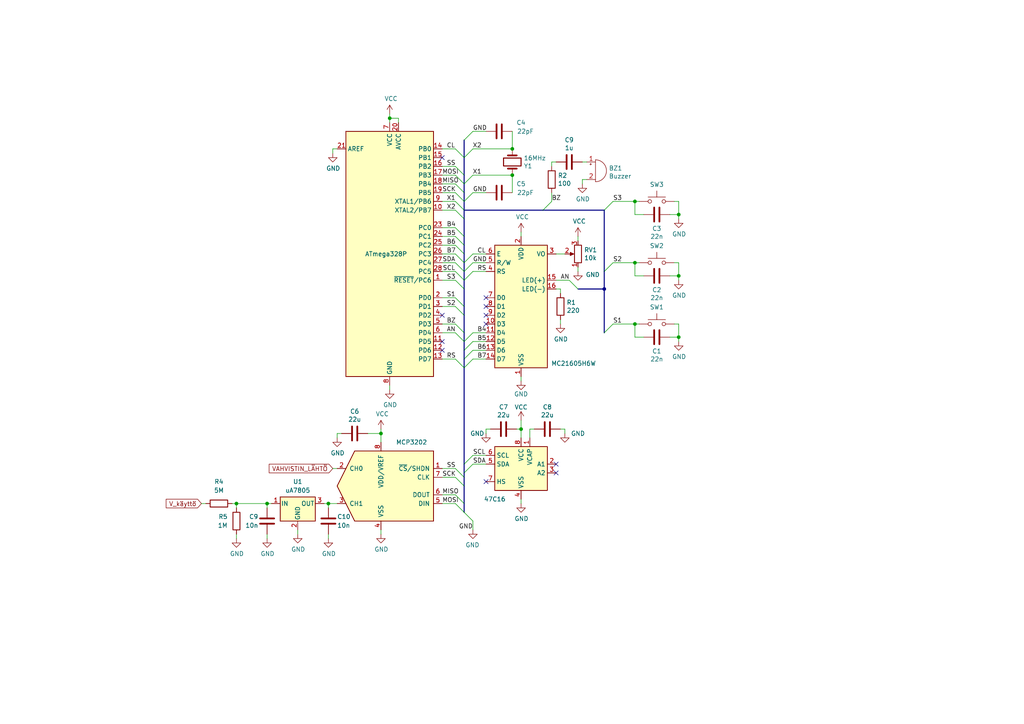
<source format=kicad_sch>
(kicad_sch (version 20211123) (generator eeschema)
  (paper "A4")
  (lib_symbols
    (symbol "Analog_ADC:MCP3202" (pin_names (offset 1.016))
      (property "Reference" "U" (at -6.35 11.43 0))
      (property "Value" "MCP3202" (at 11.43 11.43 0))
      (symbol "MCP3202_0_1"
        (polyline (pts (xy 15.24 10.16) (xy -7.62 10.16) (xy -12.7 0) (xy -7.62 -10.16) (xy 15.24 -10.16) (xy 15.24 10.16)) (stroke (width 0.254)) (fill (type background)))
      )
      (symbol "MCP3202_1_1"
        (pin input line (at 17.78 5.08 180) (length 2.54) (name "~{CS}/SHDN") (number "1"))
        (pin passive line (at -12.7 5.08 0) (length 2.54) (name "CH0") (number "2"))
        (pin passive line (at -12.7 -5.08 0) (length 2.54) (name "CH1") (number "3"))
        (pin power_in line (at 0 -12.7 90) (length 2.54) (name "VSS") (number "4"))
        (pin input line (at 17.78 -5.08 180) (length 2.54) (name "DIN") (number "5"))
        (pin output line (at 17.78 -2.54 180) (length 2.54) (name "DOUT") (number "6"))
        (pin input line (at 17.78 2.54 180) (length 2.54) (name "CLK") (number "7"))
        (pin power_in line (at 0 12.7 270) (length 2.54) (name "VDD/VREF") (number "8"))
      )
    )
    (symbol "Device:Buzzer" (pin_names (offset 0.0254) hide)
      (property "Reference" "BZ" (at 3.81 1.27 0))
      (property "Value" "Buzzer" (at 3.81 -1.27 0))
      (symbol "Buzzer_0_1"
        (arc (start 0 -3.175) (mid 3.175 0) (end 0 3.175))
        (polyline (pts (xy -1.651 1.905) (xy -1.143 1.905)))
        (polyline (pts (xy -1.397 2.159) (xy -1.397 1.651)))
        (polyline (pts (xy 0 3.175) (xy 0 -3.175)))
      )
      (symbol "Buzzer_1_1"
        (pin passive line (at -2.54 2.54 0) (length 2.54) (name "-") (number "1"))
        (pin passive line (at -2.54 -2.54 0) (length 2.54) (name "+") (number "2"))
      )
    )
    (symbol "Device:C" (pin_numbers hide) (pin_names (offset 0.254))
      (property "Reference" "C" (at 0.635 2.54 0))
      (property "Value" "C" (at 0.635 -2.54 0))
      (symbol "C_0_1"
        (polyline (pts (xy -2.032 -0.762) (xy 2.032 -0.762)) (stroke (width 0.508)))
        (polyline (pts (xy -2.032 0.762) (xy 2.032 0.762)) (stroke (width 0.508)))
      )
      (symbol "C_1_1"
        (pin passive line (at 0 3.81 270) (length 2.794) (name "~") (number "1"))
        (pin passive line (at 0 -3.81 90) (length 2.794) (name "~") (number "2"))
      )
    )
    (symbol "Device:Crystal" (pin_numbers hide) (pin_names (offset 1.016) hide)
      (property "Reference" "Y" (at 0 3.81 0))
      (property "Value" "Crystal" (at 0 -3.81 0))
      (symbol "Crystal_0_1"
        (rectangle (start -1.143 2.54) (end 1.143 -2.54) (stroke (width 0.3048)))
        (polyline (pts (xy -2.54 0) (xy -1.905 0)))
        (polyline (pts (xy -1.905 -1.27) (xy -1.905 1.27)) (stroke (width 0.508)))
        (polyline (pts (xy 1.905 -1.27) (xy 1.905 1.27)) (stroke (width 0.508)))
        (polyline (pts (xy 2.54 0) (xy 1.905 0)))
      )
      (symbol "Crystal_1_1"
        (pin passive line (at -3.81 0 0) (length 1.27) (name "1") (number "1"))
        (pin passive line (at 3.81 0 180) (length 1.27) (name "2") (number "2"))
      )
    )
    (symbol "Device:R" (pin_numbers hide) (pin_names (offset 0))
      (property "Reference" "R" (at 2.032 0 90))
      (property "Value" "R" (at 0 0 90))
      (symbol "R_0_1"
        (rectangle (start -1.016 -2.54) (end 1.016 2.54) (stroke (width 0.254)))
      )
      (symbol "R_1_1"
        (pin passive line (at 0 3.81 270) (length 1.27) (name "~") (number "1"))
        (pin passive line (at 0 -3.81 90) (length 1.27) (name "~") (number "2"))
      )
    )
    (symbol "Device:R_POT" (pin_names (offset 1.016) hide)
      (property "Reference" "RV" (at -4.445 0 90))
      (property "Value" "Device_R_POT" (at -2.54 0 90))
      (symbol "R_POT_0_1"
        (polyline (pts (xy 2.54 0) (xy 1.524 0)))
        (polyline (pts (xy 1.143 0) (xy 2.286 0.508) (xy 2.286 -0.508) (xy 1.143 0)) (fill (type outline)))
        (rectangle (start 1.016 2.54) (end -1.016 -2.54) (stroke (width 0.254)))
      )
      (symbol "R_POT_1_1"
        (pin passive line (at 0 3.81 270) (length 1.27) (name "1") (number "1"))
        (pin passive line (at 3.81 0 180) (length 1.27) (name "2") (number "2"))
        (pin passive line (at 0 -3.81 90) (length 1.27) (name "3") (number "3"))
      )
    )
    (symbol "Display_Character:WC1602A"
      (property "Reference" "DS" (at -5.842 19.05 0))
      (property "Value" "WC1602A" (at 5.334 19.05 0))
      (symbol "WC1602A_1_1"
        (rectangle (start -7.62 17.78) (end 7.62 -17.78) (stroke (width 0.254)) (fill (type background)))
        (pin power_in line (at 0 -20.32 90) (length 2.54) (name "VSS") (number "1"))
        (pin input line (at -10.16 -5.08 0) (length 2.54) (name "D3") (number "10"))
        (pin input line (at -10.16 -7.62 0) (length 2.54) (name "D4") (number "11"))
        (pin input line (at -10.16 -10.16 0) (length 2.54) (name "D5") (number "12"))
        (pin input line (at -10.16 -12.7 0) (length 2.54) (name "D6") (number "13"))
        (pin input line (at -10.16 -15.24 0) (length 2.54) (name "D7") (number "14"))
        (pin power_in line (at 10.16 7.62 180) (length 2.54) (name "LED(+)") (number "15"))
        (pin power_in line (at 10.16 5.08 180) (length 2.54) (name "LED(-)") (number "16"))
        (pin power_in line (at 0 20.32 270) (length 2.54) (name "VDD") (number "2"))
        (pin input line (at 10.16 15.24 180) (length 2.54) (name "VO") (number "3"))
        (pin input line (at -10.16 10.16 0) (length 2.54) (name "RS") (number "4"))
        (pin input line (at -10.16 12.7 0) (length 2.54) (name "R/W") (number "5"))
        (pin input line (at -10.16 15.24 0) (length 2.54) (name "E") (number "6"))
        (pin input line (at -10.16 2.54 0) (length 2.54) (name "D0") (number "7"))
        (pin input line (at -10.16 0 0) (length 2.54) (name "D1") (number "8"))
        (pin input line (at -10.16 -2.54 0) (length 2.54) (name "D2") (number "9"))
      )
    )
    (symbol "MCU_Microchip_ATmega:ATmega328P-PU"
      (property "Reference" "U" (at -12.7 36.83 0))
      (property "Value" "MCU_Microchip_ATmega_ATmega328P-PU" (at 2.54 -36.83 0))
      (symbol "ATmega328P-PU_0_1"
        (rectangle (start -12.7 -35.56) (end 12.7 35.56) (stroke (width 0.254)) (fill (type background)))
      )
      (symbol "ATmega328P-PU_1_1"
        (pin bidirectional line (at 15.24 -7.62 180) (length 2.54) (name "~{RESET}/PC6") (number "1"))
        (pin bidirectional line (at 15.24 12.7 180) (length 2.54) (name "XTAL2/PB7") (number "10"))
        (pin bidirectional line (at 15.24 -25.4 180) (length 2.54) (name "PD5") (number "11"))
        (pin bidirectional line (at 15.24 -27.94 180) (length 2.54) (name "PD6") (number "12"))
        (pin bidirectional line (at 15.24 -30.48 180) (length 2.54) (name "PD7") (number "13"))
        (pin bidirectional line (at 15.24 30.48 180) (length 2.54) (name "PB0") (number "14"))
        (pin bidirectional line (at 15.24 27.94 180) (length 2.54) (name "PB1") (number "15"))
        (pin bidirectional line (at 15.24 25.4 180) (length 2.54) (name "PB2") (number "16"))
        (pin bidirectional line (at 15.24 22.86 180) (length 2.54) (name "PB3") (number "17"))
        (pin bidirectional line (at 15.24 20.32 180) (length 2.54) (name "PB4") (number "18"))
        (pin bidirectional line (at 15.24 17.78 180) (length 2.54) (name "PB5") (number "19"))
        (pin bidirectional line (at 15.24 -12.7 180) (length 2.54) (name "PD0") (number "2"))
        (pin power_in line (at 2.54 38.1 270) (length 2.54) (name "AVCC") (number "20"))
        (pin passive line (at -15.24 30.48 0) (length 2.54) (name "AREF") (number "21"))
        (pin passive line (at 0 -38.1 90) (length 2.54) hide (name "GND") (number "22"))
        (pin bidirectional line (at 15.24 7.62 180) (length 2.54) (name "PC0") (number "23"))
        (pin bidirectional line (at 15.24 5.08 180) (length 2.54) (name "PC1") (number "24"))
        (pin bidirectional line (at 15.24 2.54 180) (length 2.54) (name "PC2") (number "25"))
        (pin bidirectional line (at 15.24 0 180) (length 2.54) (name "PC3") (number "26"))
        (pin bidirectional line (at 15.24 -2.54 180) (length 2.54) (name "PC4") (number "27"))
        (pin bidirectional line (at 15.24 -5.08 180) (length 2.54) (name "PC5") (number "28"))
        (pin bidirectional line (at 15.24 -15.24 180) (length 2.54) (name "PD1") (number "3"))
        (pin bidirectional line (at 15.24 -17.78 180) (length 2.54) (name "PD2") (number "4"))
        (pin bidirectional line (at 15.24 -20.32 180) (length 2.54) (name "PD3") (number "5"))
        (pin bidirectional line (at 15.24 -22.86 180) (length 2.54) (name "PD4") (number "6"))
        (pin power_in line (at 0 38.1 270) (length 2.54) (name "VCC") (number "7"))
        (pin power_in line (at 0 -38.1 90) (length 2.54) (name "GND") (number "8"))
        (pin bidirectional line (at 15.24 15.24 180) (length 2.54) (name "XTAL1/PB6") (number "9"))
      )
    )
    (symbol "Memory_NVRAM:47C16"
      (property "Reference" "U" (at -6.35 6.35 0))
      (property "Value" "47C16" (at 7.62 6.35 0))
      (symbol "47C16_1_1"
        (rectangle (start -7.62 5.08) (end 7.62 -7.62) (stroke (width 0.254)) (fill (type background)))
        (pin power_in line (at 2.54 7.62 270) (length 2.54) (name "VCAP") (number "1"))
        (pin input line (at 10.16 0 180) (length 2.54) (name "A1") (number "2"))
        (pin input line (at 10.16 -2.54 180) (length 2.54) (name "A2") (number "3"))
        (pin power_in line (at 0 -10.16 90) (length 2.54) (name "VSS") (number "4"))
        (pin bidirectional line (at -10.16 0 0) (length 2.54) (name "SDA") (number "5"))
        (pin input line (at -10.16 2.54 0) (length 2.54) (name "SCL") (number "6"))
        (pin input line (at -10.16 -5.08 0) (length 2.54) (name "HS") (number "7"))
        (pin power_in line (at 0 7.62 270) (length 2.54) (name "VCC") (number "8"))
      )
    )
    (symbol "Regulator_Linear:uA7805" (pin_names (offset 0.254))
      (property "Reference" "U" (at -3.81 3.175 0))
      (property "Value" "uA7805" (at 0 3.175 0))
      (symbol "uA7805_0_1"
        (rectangle (start -5.08 1.905) (end 5.08 -5.08) (stroke (width 0.254)) (fill (type background)))
      )
      (symbol "uA7805_1_1"
        (pin power_in line (at -7.62 0 0) (length 2.54) (name "IN") (number "1"))
        (pin power_in line (at 0 -7.62 90) (length 2.54) (name "GND") (number "2"))
        (pin power_out line (at 7.62 0 180) (length 2.54) (name "OUT") (number "3"))
      )
    )
    (symbol "Switch:SW_Push" (pin_numbers hide) (pin_names (offset 1.016) hide)
      (property "Reference" "SW" (at 1.27 2.54 0))
      (property "Value" "SW_Push" (at 0 -1.524 0))
      (symbol "SW_Push_0_1"
        (circle (center -2.032 0) (radius 0.508))
        (polyline (pts (xy 0 1.27) (xy 0 3.048)))
        (polyline (pts (xy 2.54 1.27) (xy -2.54 1.27)))
        (circle (center 2.032 0) (radius 0.508))
        (pin passive line (at -5.08 0 0) (length 2.54) (name "1") (number "1"))
        (pin passive line (at 5.08 0 180) (length 2.54) (name "2") (number "2"))
      )
    )
    (symbol "power:GND" (power) (pin_names (offset 0))
      (property "Value" "GND" (at 0 -3.81 0))
      (symbol "GND_0_1"
        (polyline (pts (xy 0 0) (xy 0 -1.27) (xy 1.27 -1.27) (xy 0 -2.54) (xy -1.27 -1.27) (xy 0 -1.27)))
      )
      (symbol "GND_1_1"
        (pin power_in line (at 0 0 270) (length 0) hide (name "GND") (number "1"))
      )
    )
    (symbol "power:VCC" (power) (pin_names (offset 0))
      (property "Value" "VCC" (at 0 3.81 0))
      (symbol "VCC_0_1"
        (polyline (pts (xy -0.762 1.27) (xy 0 2.54)))
        (polyline (pts (xy 0 0) (xy 0 2.54)))
        (polyline (pts (xy 0 2.54) (xy 0.762 1.27)))
      )
      (symbol "VCC_1_1"
        (pin power_in line (at 0 0 90) (length 0) hide (name "VCC") (number "1"))
      )
    )
  )
  (junction (at 175.26 83.82))
  (junction (at 196.85 80.01))
  (junction (at 184.15 76.2))
  (junction (at 95.25 146.05))
  (junction (at 77.47 146.05))
  (junction (at 151.13 124.46))
  (junction (at 196.85 62.23))
  (junction (at 68.58 146.05))
  (junction (at 196.85 97.79))
  (junction (at 148.59 43.18))
  (junction (at 113.03 34.29))
  (junction (at 184.15 58.42))
  (junction (at 110.49 125.73))
  (junction (at 184.15 93.98))
  (junction (at 148.59 50.8))
  (no_connect (at 128.27 101.6))
  (no_connect (at 140.97 86.36))
  (no_connect (at 140.97 91.44))
  (no_connect (at 161.29 137.16))
  (no_connect (at 140.97 88.9))
  (no_connect (at 128.27 99.06))
  (no_connect (at 128.27 91.44))
  (no_connect (at 140.97 93.98))
  (no_connect (at 140.97 139.7))
  (no_connect (at 128.27 45.72))
  (no_connect (at 161.29 134.62))
  (bus_entry (at 132.08 68.58) (size 2.54 2.54))
  (bus_entry (at 132.08 43.18) (size 2.54 2.54))
  (bus_entry (at 134.62 58.42) (size 2.54 -2.54))
  (bus_entry (at 157.48 60.96) (size 2.54 -2.54))
  (bus_entry (at 134.62 78.74) (size -2.54 -2.54))
  (bus_entry (at 134.62 81.28) (size -2.54 -2.54))
  (bus_entry (at 137.16 151.13) (size -2.54 -2.54))
  (bus_entry (at 175.26 96.52) (size 2.54 -2.54))
  (bus_entry (at 137.16 50.8) (size -2.54 2.54))
  (bus_entry (at 132.08 50.8) (size 2.54 2.54))
  (bus_entry (at 132.08 73.66) (size 2.54 2.54))
  (bus_entry (at 132.08 96.52) (size 2.54 2.54))
  (bus_entry (at 132.08 58.42) (size 2.54 2.54))
  (bus_entry (at 132.08 81.28) (size 2.54 2.54))
  (bus_entry (at 165.1 81.28) (size 2.54 2.54))
  (bus_entry (at 132.08 66.04) (size 2.54 2.54))
  (bus_entry (at 134.62 78.74) (size 2.54 -2.54))
  (bus_entry (at 134.62 137.16) (size 2.54 -2.54))
  (bus_entry (at 132.08 55.88) (size 2.54 2.54))
  (bus_entry (at 134.62 40.64) (size 2.54 -2.54))
  (bus_entry (at 132.08 48.26) (size 2.54 2.54))
  (bus_entry (at 137.16 43.18) (size -2.54 2.54))
  (bus_entry (at 132.08 104.14) (size 2.54 2.54))
  (bus_entry (at 132.08 135.89) (size 2.54 2.54))
  (bus_entry (at 134.62 99.06) (size 2.54 -2.54))
  (bus_entry (at 134.62 106.68) (size 2.54 -2.54))
  (bus_entry (at 132.08 138.43) (size 2.54 2.54))
  (bus_entry (at 132.08 60.96) (size 2.54 2.54))
  (bus_entry (at 132.08 86.36) (size 2.54 2.54))
  (bus_entry (at 132.08 88.9) (size 2.54 2.54))
  (bus_entry (at 134.62 81.28) (size 2.54 -2.54))
  (bus_entry (at 134.62 76.2) (size 2.54 -2.54))
  (bus_entry (at 134.62 134.62) (size 2.54 -2.54))
  (bus_entry (at 134.62 101.6) (size 2.54 -2.54))
  (bus_entry (at 132.08 146.05) (size 2.54 2.54))
  (bus_entry (at 175.26 78.74) (size 2.54 -2.54))
  (bus_entry (at 132.08 143.51) (size 2.54 2.54))
  (bus_entry (at 132.08 53.34) (size 2.54 2.54))
  (bus_entry (at 134.62 104.14) (size 2.54 -2.54))
  (bus_entry (at 132.08 71.12) (size 2.54 2.54))
  (bus_entry (at 175.26 60.96) (size 2.54 -2.54))
  (bus_entry (at 132.08 93.98) (size 2.54 2.54))
  (wire (pts (xy 132.08 78.74) (xy 128.27 78.74)))
  (wire (pts (xy 68.58 146.05) (xy 77.47 146.05)))
  (bus (pts (xy 134.62 104.14) (xy 134.62 106.68)))
  (wire (pts (xy 95.25 146.05) (xy 97.79 146.05)))
  (wire (pts (xy 184.15 93.98) (xy 185.42 93.98)))
  (wire (pts (xy 132.08 104.14) (xy 128.27 104.14)))
  (wire (pts (xy 148.59 38.1) (xy 148.59 43.18)))
  (wire (pts (xy 132.08 143.51) (xy 128.27 143.51)))
  (wire (pts (xy 113.03 33.02) (xy 113.03 34.29)))
  (wire (pts (xy 148.59 43.18) (xy 137.16 43.18)))
  (bus (pts (xy 175.26 78.74) (xy 175.26 83.82)))
  (wire (pts (xy 186.69 97.79) (xy 184.15 97.79)))
  (wire (pts (xy 160.02 48.26) (xy 160.02 46.99)))
  (wire (pts (xy 132.08 50.8) (xy 128.27 50.8)))
  (bus (pts (xy 134.62 146.05) (xy 134.62 148.59)))
  (wire (pts (xy 97.79 43.18) (xy 96.52 43.18)))
  (wire (pts (xy 137.16 104.14) (xy 140.97 104.14)))
  (bus (pts (xy 134.62 101.6) (xy 134.62 104.14)))
  (wire (pts (xy 97.79 125.73) (xy 97.79 127)))
  (wire (pts (xy 132.08 58.42) (xy 128.27 58.42)))
  (bus (pts (xy 134.62 63.5) (xy 134.62 68.58)))
  (bus (pts (xy 134.62 55.88) (xy 134.62 58.42)))
  (wire (pts (xy 113.03 111.76) (xy 113.03 113.03)))
  (wire (pts (xy 137.16 101.6) (xy 140.97 101.6)))
  (wire (pts (xy 132.08 96.52) (xy 128.27 96.52)))
  (bus (pts (xy 134.62 50.8) (xy 134.62 53.34)))
  (wire (pts (xy 196.85 80.01) (xy 196.85 76.2)))
  (wire (pts (xy 196.85 63.5) (xy 196.85 62.23)))
  (bus (pts (xy 134.62 60.96) (xy 157.48 60.96)))
  (wire (pts (xy 77.47 146.05) (xy 77.47 147.32)))
  (wire (pts (xy 196.85 93.98) (xy 195.58 93.98)))
  (wire (pts (xy 194.31 97.79) (xy 196.85 97.79)))
  (wire (pts (xy 148.59 50.8) (xy 148.59 55.88)))
  (wire (pts (xy 132.08 146.05) (xy 128.27 146.05)))
  (wire (pts (xy 184.15 62.23) (xy 184.15 58.42)))
  (wire (pts (xy 132.08 138.43) (xy 128.27 138.43)))
  (wire (pts (xy 132.08 66.04) (xy 128.27 66.04)))
  (wire (pts (xy 137.16 134.62) (xy 140.97 134.62)))
  (wire (pts (xy 96.52 43.18) (xy 96.52 44.45)))
  (bus (pts (xy 134.62 60.96) (xy 134.62 63.5)))
  (wire (pts (xy 115.57 35.56) (xy 115.57 34.29)))
  (wire (pts (xy 184.15 80.01) (xy 184.15 76.2)))
  (wire (pts (xy 137.16 76.2) (xy 140.97 76.2)))
  (wire (pts (xy 140.97 124.46) (xy 140.97 125.73)))
  (wire (pts (xy 77.47 154.94) (xy 77.47 156.21)))
  (bus (pts (xy 134.62 91.44) (xy 134.62 96.52)))
  (wire (pts (xy 184.15 97.79) (xy 184.15 93.98)))
  (wire (pts (xy 86.36 153.67) (xy 86.36 154.94)))
  (wire (pts (xy 151.13 124.46) (xy 151.13 127)))
  (wire (pts (xy 196.85 81.28) (xy 196.85 80.01)))
  (wire (pts (xy 151.13 109.22) (xy 151.13 110.49)))
  (wire (pts (xy 170.18 46.99) (xy 168.91 46.99)))
  (bus (pts (xy 134.62 96.52) (xy 134.62 99.06)))
  (wire (pts (xy 132.08 81.28) (xy 128.27 81.28)))
  (wire (pts (xy 186.69 62.23) (xy 184.15 62.23)))
  (wire (pts (xy 137.16 151.13) (xy 137.16 153.67)))
  (wire (pts (xy 184.15 76.2) (xy 185.42 76.2)))
  (wire (pts (xy 137.16 55.88) (xy 140.97 55.88)))
  (wire (pts (xy 58.42 146.05) (xy 59.69 146.05)))
  (wire (pts (xy 113.03 34.29) (xy 113.03 35.56)))
  (wire (pts (xy 137.16 38.1) (xy 140.97 38.1)))
  (wire (pts (xy 196.85 62.23) (xy 196.85 58.42)))
  (wire (pts (xy 68.58 154.94) (xy 68.58 156.21)))
  (wire (pts (xy 148.59 50.8) (xy 137.16 50.8)))
  (wire (pts (xy 167.64 69.85) (xy 167.64 68.58)))
  (wire (pts (xy 186.69 80.01) (xy 184.15 80.01)))
  (bus (pts (xy 134.62 53.34) (xy 134.62 55.88)))
  (wire (pts (xy 132.08 76.2) (xy 128.27 76.2)))
  (wire (pts (xy 132.08 71.12) (xy 128.27 71.12)))
  (wire (pts (xy 132.08 86.36) (xy 128.27 86.36)))
  (wire (pts (xy 161.29 83.82) (xy 162.56 83.82)))
  (wire (pts (xy 110.49 125.73) (xy 110.49 124.46)))
  (wire (pts (xy 115.57 34.29) (xy 113.03 34.29)))
  (bus (pts (xy 134.62 106.68) (xy 134.62 134.62)))
  (wire (pts (xy 110.49 154.94) (xy 110.49 153.67)))
  (wire (pts (xy 168.91 53.34) (xy 168.91 52.07)))
  (wire (pts (xy 77.47 146.05) (xy 78.74 146.05)))
  (bus (pts (xy 134.62 78.74) (xy 134.62 81.28)))
  (wire (pts (xy 96.52 135.89) (xy 97.79 135.89)))
  (bus (pts (xy 134.62 45.72) (xy 134.62 50.8)))
  (bus (pts (xy 134.62 71.12) (xy 134.62 73.66)))
  (wire (pts (xy 161.29 73.66) (xy 163.83 73.66)))
  (bus (pts (xy 175.26 60.96) (xy 175.26 78.74)))
  (wire (pts (xy 165.1 81.28) (xy 161.29 81.28)))
  (wire (pts (xy 95.25 154.94) (xy 95.25 156.21)))
  (wire (pts (xy 196.85 97.79) (xy 196.85 93.98)))
  (wire (pts (xy 196.85 76.2) (xy 195.58 76.2)))
  (wire (pts (xy 142.24 124.46) (xy 140.97 124.46)))
  (wire (pts (xy 153.67 124.46) (xy 153.67 127)))
  (wire (pts (xy 151.13 67.31) (xy 151.13 68.58)))
  (wire (pts (xy 163.83 125.73) (xy 163.83 124.46)))
  (wire (pts (xy 149.86 124.46) (xy 151.13 124.46)))
  (wire (pts (xy 194.31 80.01) (xy 196.85 80.01)))
  (bus (pts (xy 175.26 83.82) (xy 175.26 96.52)))
  (bus (pts (xy 134.62 40.64) (xy 134.62 45.72)))
  (wire (pts (xy 177.8 58.42) (xy 184.15 58.42)))
  (bus (pts (xy 134.62 83.82) (xy 134.62 88.9)))
  (wire (pts (xy 168.91 52.07) (xy 170.18 52.07)))
  (wire (pts (xy 132.08 93.98) (xy 128.27 93.98)))
  (wire (pts (xy 184.15 58.42) (xy 185.42 58.42)))
  (wire (pts (xy 151.13 144.78) (xy 151.13 146.05)))
  (bus (pts (xy 134.62 134.62) (xy 134.62 137.16)))
  (wire (pts (xy 99.06 125.73) (xy 97.79 125.73)))
  (wire (pts (xy 128.27 60.96) (xy 132.08 60.96)))
  (bus (pts (xy 134.62 81.28) (xy 134.62 83.82)))
  (wire (pts (xy 132.08 88.9) (xy 128.27 88.9)))
  (wire (pts (xy 177.8 76.2) (xy 184.15 76.2)))
  (wire (pts (xy 151.13 121.92) (xy 151.13 124.46)))
  (wire (pts (xy 162.56 83.82) (xy 162.56 85.09)))
  (bus (pts (xy 134.62 140.97) (xy 134.62 146.05)))
  (wire (pts (xy 110.49 125.73) (xy 106.68 125.73)))
  (wire (pts (xy 132.08 55.88) (xy 128.27 55.88)))
  (wire (pts (xy 162.56 92.71) (xy 162.56 93.98)))
  (bus (pts (xy 134.62 68.58) (xy 134.62 71.12)))
  (wire (pts (xy 68.58 146.05) (xy 68.58 147.32)))
  (bus (pts (xy 134.62 88.9) (xy 134.62 91.44)))
  (wire (pts (xy 167.64 78.74) (xy 167.64 77.47)))
  (wire (pts (xy 137.16 132.08) (xy 140.97 132.08)))
  (wire (pts (xy 137.16 96.52) (xy 140.97 96.52)))
  (wire (pts (xy 196.85 58.42) (xy 195.58 58.42)))
  (wire (pts (xy 110.49 128.27) (xy 110.49 125.73)))
  (wire (pts (xy 194.31 62.23) (xy 196.85 62.23)))
  (wire (pts (xy 137.16 99.06) (xy 140.97 99.06)))
  (bus (pts (xy 134.62 138.43) (xy 134.62 140.97)))
  (wire (pts (xy 137.16 73.66) (xy 140.97 73.66)))
  (bus (pts (xy 134.62 58.42) (xy 134.62 60.96)))
  (bus (pts (xy 134.62 137.16) (xy 134.62 138.43)))
  (bus (pts (xy 134.62 73.66) (xy 134.62 76.2)))
  (wire (pts (xy 132.08 68.58) (xy 128.27 68.58)))
  (wire (pts (xy 177.8 93.98) (xy 184.15 93.98)))
  (wire (pts (xy 196.85 99.06) (xy 196.85 97.79)))
  (wire (pts (xy 160.02 58.42) (xy 160.02 55.88)))
  (bus (pts (xy 134.62 76.2) (xy 134.62 78.74)))
  (wire (pts (xy 137.16 78.74) (xy 140.97 78.74)))
  (bus (pts (xy 167.64 83.82) (xy 175.26 83.82)))
  (wire (pts (xy 95.25 146.05) (xy 95.25 147.32)))
  (wire (pts (xy 132.08 48.26) (xy 128.27 48.26)))
  (wire (pts (xy 132.08 73.66) (xy 128.27 73.66)))
  (bus (pts (xy 157.48 60.96) (xy 175.26 60.96)))
  (bus (pts (xy 134.62 99.06) (xy 134.62 101.6)))
  (wire (pts (xy 163.83 124.46) (xy 162.56 124.46)))
  (wire (pts (xy 132.08 43.18) (xy 128.27 43.18)))
  (wire (pts (xy 93.98 146.05) (xy 95.25 146.05)))
  (wire (pts (xy 160.02 46.99) (xy 161.29 46.99)))
  (wire (pts (xy 132.08 135.89) (xy 128.27 135.89)))
  (wire (pts (xy 132.08 53.34) (xy 128.27 53.34)))
  (wire (pts (xy 67.31 146.05) (xy 68.58 146.05)))
  (wire (pts (xy 154.94 124.46) (xy 153.67 124.46)))
  (label "MISO" (at 128.27 143.51 0))
  (label "B5" (at 138.43 99.06 0))
  (label "MOSI" (at 128.27 50.8 0))
  (label "B7" (at 138.43 104.14 0))
  (label "AN" (at 162.56 81.28 0))
  (label "B6" (at 138.43 101.6 0))
  (label "S2" (at 129.54 88.9 0))
  (label "GND" (at 137.16 153.67 180))
  (label "B5" (at 129.54 68.58 0))
  (label "SS" (at 129.54 135.89 0))
  (label "SCL" (at 132.08 78.74 180))
  (label "BZ" (at 160.02 58.42 0))
  (label "BZ" (at 129.54 93.98 0))
  (label "SDA" (at 137.16 134.62 0))
  (label "S1" (at 129.54 86.36 0))
  (label "RS" (at 138.43 78.74 0))
  (label "SCK" (at 128.27 55.88 0))
  (label "CL" (at 129.54 43.18 0))
  (label "B6" (at 129.54 71.12 0))
  (label "S3" (at 177.8 58.42 0))
  (label "X1" (at 129.54 58.42 0))
  (label "X2" (at 139.7 43.18 180))
  (label "SCK" (at 128.27 138.43 0))
  (label "S3" (at 129.54 81.28 0))
  (label "B4" (at 138.43 96.52 0))
  (label "SCL" (at 137.16 132.08 0))
  (label "B4" (at 129.54 66.04 0))
  (label "GND" (at 137.16 38.1 0))
  (label "CL" (at 138.43 73.66 0))
  (label "AN" (at 129.54 96.52 0))
  (label "MISO" (at 128.27 53.34 0))
  (label "B7" (at 129.54 73.66 0))
  (label "MOSI" (at 128.27 146.05 0))
  (label "GND" (at 137.16 55.88 0))
  (label "S1" (at 177.8 93.98 0))
  (label "GND" (at 137.16 76.2 0))
  (label "S2" (at 177.8 76.2 0))
  (label "RS" (at 129.54 104.14 0))
  (label "SS" (at 129.54 48.26 0))
  (label "X2" (at 129.54 60.96 0))
  (label "SDA" (at 132.08 76.2 180))
  (label "X1" (at 139.7 50.8 180))
  (global_label "VAHVISTIN_LÄHTÖ" (shape input) (at 96.52 135.89 180) (property "Intersheet References" "${INTERSHEET_REFS}" (effects hide)))
  (global_label "V_käyttö" (shape input) (at 58.42 146.05 180) (property "Intersheet References" "${INTERSHEET_REFS}" (effects hide)))
  (symbol (lib_id "MCU_Microchip_ATmega:ATmega328P-PU") (at 113.03 73.66 0) (unit 1)
    (property "Reference" "U1" (effects hide))
    (property "Value" "ATmega328P" (at 118.11 73.66 0) (effects (justify right)))
    (property "Footprint" "Package_DIP:DIP-28_W7.62mm" (effects hide))
    (property "Datasheet" "http://ww1.microchip.com/downloads/en/DeviceDoc/ATmega328_P%20AVR%20MCU%20with%20picoPower%20Technology%20Data%20Sheet%2040001984A.pdf" (effects hide))
  )
  (symbol (lib_id "Device:Crystal") (at 148.59 46.99 270) (unit 1)
    (property "Reference" "Y1" (at 151.892 48.1584 90) (effects (justify left)))
    (property "Value" "16MHz" (at 151.892 45.847 90) (effects (justify left)))
  )
  (symbol (lib_id "Device:C") (at 144.78 38.1 90) (unit 1)
    (property "Reference" "C4" (at 151.13 35.56 90))
    (property "Value" "22pF" (at 152.4 38.1 90))
  )
  (symbol (lib_id "Device:C") (at 144.78 55.88 270) (unit 1)
    (property "Reference" "C5" (at 151.13 53.34 90))
    (property "Value" "22pF" (at 152.4 55.88 90))
  )
  (symbol (lib_id "Device:R") (at 162.56 88.9 180) (unit 1)
    (property "Reference" "R1" (at 164.338 87.7316 0) (effects (justify right)))
    (property "Value" "220" (at 164.338 90.043 0) (effects (justify right)))
  )
  (symbol (lib_id "power:GND") (at 113.03 113.03 0) (unit 1)
    (property "Reference" "#PWR?" (effects hide))
    (property "Value" "GND" (at 113.157 117.4242 0))
  )
  (symbol (lib_id "power:GND") (at 96.52 44.45 0) (unit 1)
    (property "Reference" "#PWR?" (effects hide))
    (property "Value" "GND" (at 96.647 48.8442 0))
  )
  (symbol (lib_id "power:VCC") (at 113.03 33.02 0) (unit 1)
    (property "Reference" "#PWR?" (effects hide))
    (property "Value" "VCC" (at 113.411 28.6258 0))
  )
  (symbol (lib_id "Display_Character:WC1602A") (at 151.13 88.9 0) (unit 1)
    (property "Reference" "DS1" (effects hide))
    (property "Value" "MC21605H6W" (at 166.37 105.41 0))
    (property "Footprint" "Display:WC1602A" (effects hide))
    (property "Datasheet" "http://www.wincomlcd.com/pdf/WC1602A-SFYLYHTC06.pdf" (effects hide))
  )
  (symbol (lib_id "power:VCC") (at 151.13 67.31 0) (unit 1)
    (property "Reference" "#PWR?" (effects hide))
    (property "Value" "VCC" (at 151.511 62.9158 0))
  )
  (symbol (lib_id "power:GND") (at 151.13 110.49 0) (unit 1)
    (property "Reference" "#PWR?" (effects hide))
    (property "Value" "GND" (at 151.13 114.3 0))
  )
  (symbol (lib_id "Device:R_POT") (at 167.64 73.66 180) (unit 1)
    (property "Reference" "RV1" (at 169.418 72.4916 0) (effects (justify right)))
    (property "Value" "10k" (at 169.418 74.803 0) (effects (justify right)))
  )
  (symbol (lib_id "power:VCC") (at 167.64 68.58 0) (unit 1)
    (property "Reference" "#PWR?" (effects hide))
    (property "Value" "VCC" (at 168.021 64.1858 0))
  )
  (symbol (lib_id "power:GND") (at 162.56 93.98 0) (unit 1)
    (property "Reference" "#PWR?" (effects hide))
    (property "Value" "GND" (at 162.687 98.3742 0))
  )
  (symbol (lib_id "power:GND") (at 167.64 78.74 0) (unit 1)
    (property "Reference" "#PWR?" (effects hide))
    (property "Value" "GND" (at 169.8752 79.6798 0) (effects (justify left)))
  )
  (symbol (lib_id "power:GND") (at 137.16 153.67 0) (mirror y) (unit 1)
    (property "Reference" "#PWR?" (effects hide))
    (property "Value" "GND" (at 137.033 158.0642 0))
  )
  (symbol (lib_id "Switch:SW_Push") (at 190.5 58.42 0) (unit 1)
    (property "Reference" "SW3" (at 190.5 53.5178 0))
    (property "Value" "SW_Push" (effects hide))
  )
  (symbol (lib_id "Device:C") (at 190.5 62.23 270) (unit 1)
    (property "Reference" "C3" (at 190.5 66.294 90))
    (property "Value" "22n" (at 190.5 68.6054 90))
  )
  (symbol (lib_id "Switch:SW_Push") (at 190.5 76.2 0) (unit 1)
    (property "Reference" "SW2" (at 190.5 71.2978 0))
    (property "Value" "SW_Push" (effects hide))
  )
  (symbol (lib_id "Device:C") (at 190.5 80.01 270) (unit 1)
    (property "Reference" "C2" (at 190.5 84.074 90))
    (property "Value" "22n" (at 190.5 86.3854 90))
  )
  (symbol (lib_id "Switch:SW_Push") (at 190.5 93.98 0) (unit 1)
    (property "Reference" "SW1" (at 190.5 89.0778 0))
    (property "Value" "SW_Push" (effects hide))
  )
  (symbol (lib_id "Device:C") (at 190.5 97.79 270) (unit 1)
    (property "Reference" "C1" (at 190.5 101.854 90))
    (property "Value" "22n" (at 190.5 104.1654 90))
  )
  (symbol (lib_id "power:GND") (at 196.85 63.5 0) (unit 1)
    (property "Reference" "#PWR?" (effects hide))
    (property "Value" "GND" (at 196.977 67.8942 0))
  )
  (symbol (lib_id "power:GND") (at 196.85 81.28 0) (unit 1)
    (property "Reference" "#PWR?" (effects hide))
    (property "Value" "GND" (at 196.977 85.6742 0))
  )
  (symbol (lib_id "power:GND") (at 196.85 99.06 0) (unit 1)
    (property "Reference" "#PWR?" (effects hide))
    (property "Value" "GND" (at 196.977 103.4542 0))
  )
  (symbol (lib_id "Analog_ADC:MCP3202") (at 110.49 140.97 0) (unit 1)
    (property "Reference" "U1" (effects hide))
    (property "Value" "MCP3202" (at 119.38 128.27 0))
    (property "Datasheet" "http://ww1.microchip.com/downloads/en/DeviceDoc/21034D.pdf" (effects hide))
  )
  (symbol (lib_id "power:VCC") (at 110.49 124.46 0) (unit 1)
    (property "Reference" "#PWR?" (effects hide))
    (property "Value" "VCC" (at 110.871 120.0658 0))
  )
  (symbol (lib_id "power:GND") (at 110.49 154.94 0) (unit 1)
    (property "Reference" "#PWR?" (effects hide))
    (property "Value" "GND" (at 110.617 159.3342 0))
  )
  (symbol (lib_id "power:GND") (at 68.58 156.21 0) (unit 1)
    (property "Reference" "#PWR?" (effects hide))
    (property "Value" "GND" (at 68.707 160.6042 0))
  )
  (symbol (lib_id "Device:C") (at 102.87 125.73 270) (unit 1)
    (property "Reference" "C6" (at 102.87 119.3292 90))
    (property "Value" "22u" (at 102.87 121.6406 90))
  )
  (symbol (lib_id "power:GND") (at 97.79 127 0) (unit 1)
    (property "Reference" "#PWR?" (effects hide))
    (property "Value" "GND" (at 97.917 131.3942 0))
  )
  (symbol (lib_id "Memory_NVRAM:47C16") (at 151.13 134.62 0) (unit 1)
    (property "Reference" "U?" (effects hide))
    (property "Value" "47C16" (at 143.51 144.78 0))
    (property "Datasheet" "http://ww1.microchip.com/downloads/en/DeviceDoc/20005371C.pdf" (effects hide))
  )
  (symbol (lib_id "power:GND") (at 151.13 146.05 0) (unit 1)
    (property "Reference" "#PWR?" (effects hide))
    (property "Value" "GND" (at 151.257 150.4442 0))
  )
  (symbol (lib_id "Device:C") (at 146.05 124.46 270) (unit 1)
    (property "Reference" "C7" (at 146.05 118.0592 90))
    (property "Value" "22u" (at 146.05 120.3706 90))
  )
  (symbol (lib_id "power:VCC") (at 151.13 121.92 0) (unit 1)
    (property "Reference" "#PWR?" (effects hide))
    (property "Value" "VCC" (at 151.13 118.11 0))
  )
  (symbol (lib_id "power:GND") (at 140.97 125.73 0) (unit 1)
    (property "Reference" "#PWR?" (effects hide))
    (property "Value" "GND" (at 138.43 125.73 0))
  )
  (symbol (lib_id "Device:C") (at 158.75 124.46 270) (unit 1)
    (property "Reference" "C8" (at 158.75 118.0592 90))
    (property "Value" "22u" (at 158.75 120.3706 90))
  )
  (symbol (lib_id "power:GND") (at 163.83 125.73 0) (unit 1)
    (property "Reference" "#PWR?" (effects hide))
    (property "Value" "GND" (at 167.64 125.73 0))
  )
  (symbol (lib_id "Device:Buzzer") (at 172.72 49.53 0) (unit 1)
    (property "Reference" "BZ1" (at 176.5808 48.7934 0) (effects (justify left)))
    (property "Value" "Buzzer" (at 176.5808 51.1048 0) (effects (justify left)))
  )
  (symbol (lib_id "Device:R") (at 160.02 52.07 0) (unit 1)
    (property "Reference" "R2" (at 161.798 50.9016 0) (effects (justify left)))
    (property "Value" "100" (at 161.798 53.213 0) (effects (justify left)))
  )
  (symbol (lib_id "Device:C") (at 165.1 46.99 90) (unit 1)
    (property "Reference" "C9" (at 165.1 40.5892 90))
    (property "Value" "1u" (at 165.1 42.9006 90))
  )
  (symbol (lib_id "power:GND") (at 168.91 53.34 0) (unit 1)
    (property "Reference" "#PWR?" (effects hide))
    (property "Value" "GND" (at 169.037 57.7342 0))
  )
  (symbol (lib_id "Device:C") (at 77.47 151.13 0) (unit 1)
    (property "Reference" "C9" (at 74.93 149.86 0) (effects (justify right)))
    (property "Value" "10n" (at 74.93 152.4 0) (effects (justify right)))
  )
  (symbol (lib_id "Device:R") (at 68.58 151.13 0) (unit 1)
    (property "Reference" "R5" (at 66.04 149.8599 0) (effects (justify right)))
    (property "Value" "1M" (at 66.04 152.3999 0) (effects (justify right)))
  )
  (symbol (lib_id "Device:C") (at 95.25 151.13 0) (unit 1)
    (property "Reference" "C10" (at 97.79 149.86 0) (effects (justify left)))
    (property "Value" "10n" (at 97.79 152.4 0) (effects (justify left)))
  )
  (symbol (lib_id "power:GND") (at 95.25 156.21 0) (unit 1)
    (property "Reference" "#PWR?" (effects hide))
    (property "Value" "GND" (at 95.377 160.6042 0))
  )
  (symbol (lib_id "Regulator_Linear:uA7805") (at 86.36 146.05 0) (unit 1)
    (property "Reference" "U1" (at 86.36 139.7 0))
    (property "Value" "uA7805" (at 86.36 142.24 0))
    (property "Datasheet" "http://www.ti.com/lit/ds/symlink/ua78.pdf" (effects hide))
  )
  (symbol (lib_id "power:GND") (at 86.36 154.94 0) (unit 1)
    (property "Reference" "#PWR?" (effects hide))
    (property "Value" "GND" (at 86.487 159.3342 0))
  )
  (symbol (lib_id "power:GND") (at 77.47 156.21 0) (unit 1)
    (property "Reference" "#PWR?" (effects hide))
    (property "Value" "GND" (at 77.597 160.6042 0))
  )
  (symbol (lib_id "Device:R") (at 63.5 146.05 90) (unit 1)
    (property "Reference" "R4" (at 63.5 139.7 90))
    (property "Value" "5M" (at 63.5 142.24 90))
  )
)
</source>
